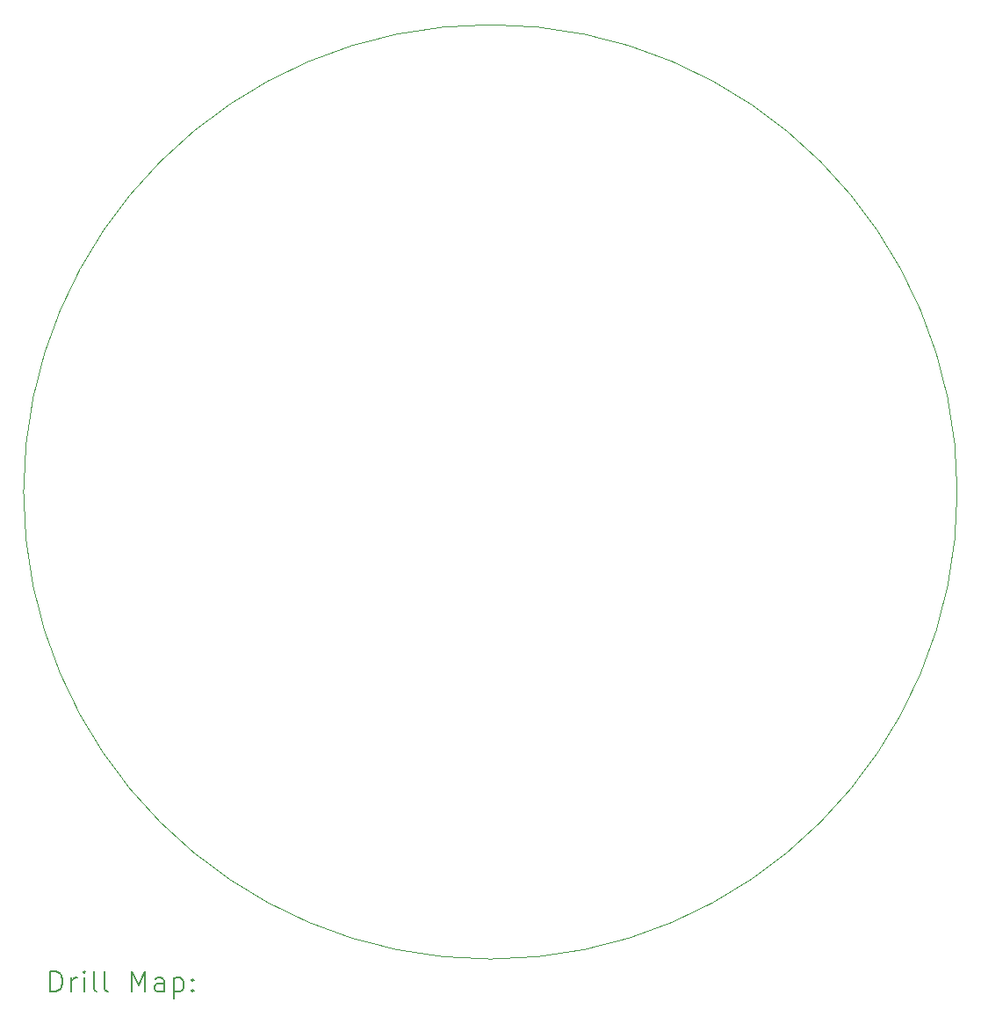
<source format=gbr>
%TF.GenerationSoftware,KiCad,Pcbnew,8.0.5*%
%TF.CreationDate,2024-12-13T13:51:03-05:00*%
%TF.ProjectId,GRRCoaster,47525243-6f61-4737-9465-722e6b696361,rev?*%
%TF.SameCoordinates,Original*%
%TF.FileFunction,Drillmap*%
%TF.FilePolarity,Positive*%
%FSLAX45Y45*%
G04 Gerber Fmt 4.5, Leading zero omitted, Abs format (unit mm)*
G04 Created by KiCad (PCBNEW 8.0.5) date 2024-12-13 13:51:03*
%MOMM*%
%LPD*%
G01*
G04 APERTURE LIST*
%ADD10C,0.050000*%
%ADD11C,0.200000*%
G04 APERTURE END LIST*
D10*
X10470000Y-5890000D02*
G75*
G02*
X1470000Y-5890000I-4500000J0D01*
G01*
X1470000Y-5890000D02*
G75*
G02*
X10470000Y-5890000I4500000J0D01*
G01*
D11*
X1728277Y-10703984D02*
X1728277Y-10503984D01*
X1728277Y-10503984D02*
X1775896Y-10503984D01*
X1775896Y-10503984D02*
X1804467Y-10513508D01*
X1804467Y-10513508D02*
X1823515Y-10532555D01*
X1823515Y-10532555D02*
X1833039Y-10551603D01*
X1833039Y-10551603D02*
X1842562Y-10589698D01*
X1842562Y-10589698D02*
X1842562Y-10618270D01*
X1842562Y-10618270D02*
X1833039Y-10656365D01*
X1833039Y-10656365D02*
X1823515Y-10675412D01*
X1823515Y-10675412D02*
X1804467Y-10694460D01*
X1804467Y-10694460D02*
X1775896Y-10703984D01*
X1775896Y-10703984D02*
X1728277Y-10703984D01*
X1928277Y-10703984D02*
X1928277Y-10570650D01*
X1928277Y-10608746D02*
X1937801Y-10589698D01*
X1937801Y-10589698D02*
X1947324Y-10580174D01*
X1947324Y-10580174D02*
X1966372Y-10570650D01*
X1966372Y-10570650D02*
X1985420Y-10570650D01*
X2052086Y-10703984D02*
X2052086Y-10570650D01*
X2052086Y-10503984D02*
X2042562Y-10513508D01*
X2042562Y-10513508D02*
X2052086Y-10523031D01*
X2052086Y-10523031D02*
X2061610Y-10513508D01*
X2061610Y-10513508D02*
X2052086Y-10503984D01*
X2052086Y-10503984D02*
X2052086Y-10523031D01*
X2175896Y-10703984D02*
X2156848Y-10694460D01*
X2156848Y-10694460D02*
X2147324Y-10675412D01*
X2147324Y-10675412D02*
X2147324Y-10503984D01*
X2280658Y-10703984D02*
X2261610Y-10694460D01*
X2261610Y-10694460D02*
X2252086Y-10675412D01*
X2252086Y-10675412D02*
X2252086Y-10503984D01*
X2509229Y-10703984D02*
X2509229Y-10503984D01*
X2509229Y-10503984D02*
X2575896Y-10646841D01*
X2575896Y-10646841D02*
X2642563Y-10503984D01*
X2642563Y-10503984D02*
X2642563Y-10703984D01*
X2823515Y-10703984D02*
X2823515Y-10599222D01*
X2823515Y-10599222D02*
X2813991Y-10580174D01*
X2813991Y-10580174D02*
X2794944Y-10570650D01*
X2794944Y-10570650D02*
X2756848Y-10570650D01*
X2756848Y-10570650D02*
X2737801Y-10580174D01*
X2823515Y-10694460D02*
X2804467Y-10703984D01*
X2804467Y-10703984D02*
X2756848Y-10703984D01*
X2756848Y-10703984D02*
X2737801Y-10694460D01*
X2737801Y-10694460D02*
X2728277Y-10675412D01*
X2728277Y-10675412D02*
X2728277Y-10656365D01*
X2728277Y-10656365D02*
X2737801Y-10637317D01*
X2737801Y-10637317D02*
X2756848Y-10627793D01*
X2756848Y-10627793D02*
X2804467Y-10627793D01*
X2804467Y-10627793D02*
X2823515Y-10618270D01*
X2918753Y-10570650D02*
X2918753Y-10770650D01*
X2918753Y-10580174D02*
X2937801Y-10570650D01*
X2937801Y-10570650D02*
X2975896Y-10570650D01*
X2975896Y-10570650D02*
X2994943Y-10580174D01*
X2994943Y-10580174D02*
X3004467Y-10589698D01*
X3004467Y-10589698D02*
X3013991Y-10608746D01*
X3013991Y-10608746D02*
X3013991Y-10665889D01*
X3013991Y-10665889D02*
X3004467Y-10684936D01*
X3004467Y-10684936D02*
X2994943Y-10694460D01*
X2994943Y-10694460D02*
X2975896Y-10703984D01*
X2975896Y-10703984D02*
X2937801Y-10703984D01*
X2937801Y-10703984D02*
X2918753Y-10694460D01*
X3099705Y-10684936D02*
X3109229Y-10694460D01*
X3109229Y-10694460D02*
X3099705Y-10703984D01*
X3099705Y-10703984D02*
X3090182Y-10694460D01*
X3090182Y-10694460D02*
X3099705Y-10684936D01*
X3099705Y-10684936D02*
X3099705Y-10703984D01*
X3099705Y-10580174D02*
X3109229Y-10589698D01*
X3109229Y-10589698D02*
X3099705Y-10599222D01*
X3099705Y-10599222D02*
X3090182Y-10589698D01*
X3090182Y-10589698D02*
X3099705Y-10580174D01*
X3099705Y-10580174D02*
X3099705Y-10599222D01*
M02*

</source>
